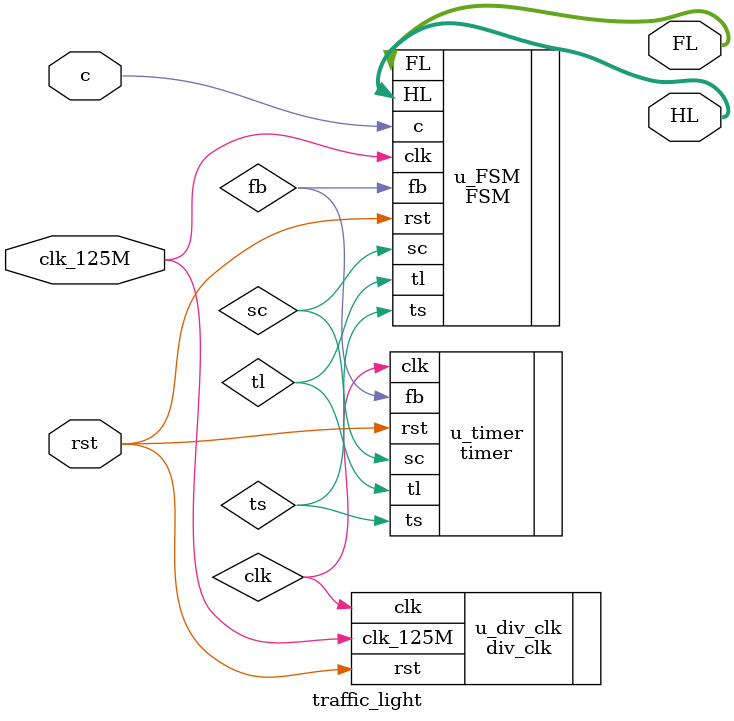
<source format=v>
`timescale 1ns/1ps
module traffic_light (
  clk_125M, rst, c, HL, FL, 
);
  input clk_125M, rst;
  input c;
  output [2:0]HL, FL;

  wire clk_125M, rst;
  wire c;
  wire [2:0]HL, FL;

  wire tl, ts;
  wire sc, fb;
  wire clk;
  div_clk  u_div_clk (
      .clk_125M                ( clk_125M   ),
      .rst                     ( rst        ),

      .clk                     ( clk        )
  );

  FSM  u_FSM (
      .clk                     ( clk_125M        ),
      .rst                     ( rst        ),
      .tl                      ( tl         ),
      .ts                      ( ts         ),
      .c                       ( c          ),
      .fb                      ( fb         ),

      .FL                      ( FL   [2:0] ),
      .HL                      ( HL   [2:0] ),
      .sc                      ( sc         )
  );

  timer  u_timer (
      .clk                     ( clk   ),
      .rst                     ( rst   ),
      .sc                      ( sc    ),

      .tl                      ( tl    ),
      .ts                      ( ts    ),
      .fb                      ( fb    )
  );
  
endmodule
</source>
